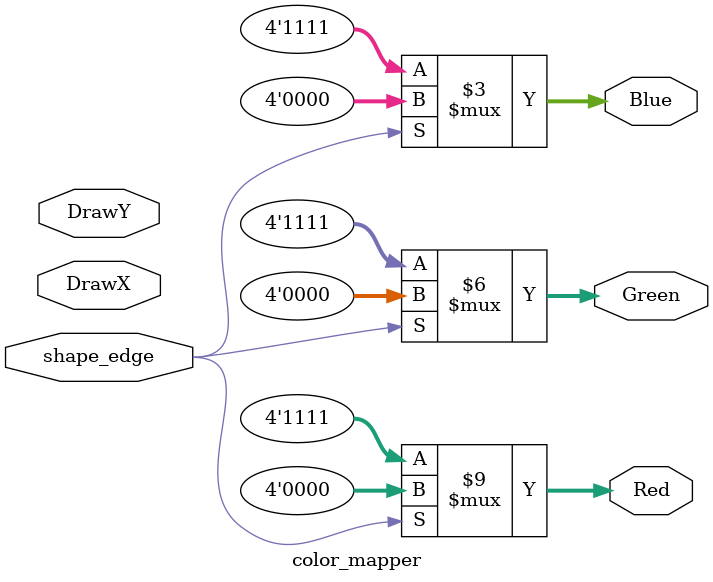
<source format=sv>


module color_mapper (
  input  logic        shape_edge,
  input  logic [9:0]  DrawX,
  input  logic [9:0]  DrawY,
  output logic [3:0]  Red,
  output logic [3:0]  Green,
  output logic [3:0]  Blue
);
  // Background: white
  localparam logic [3:0] BG = 4'hF;
  // Outline color: black
  localparam logic [3:0] SH = 4'h0;

  always_comb begin
    if (shape_edge) begin
      Red   = SH;
      Green = SH;
      Blue  = SH;
    end else begin
      Red   = BG;
      Green = BG;
      Blue  = BG;
    end
  end
endmodule 
</source>
